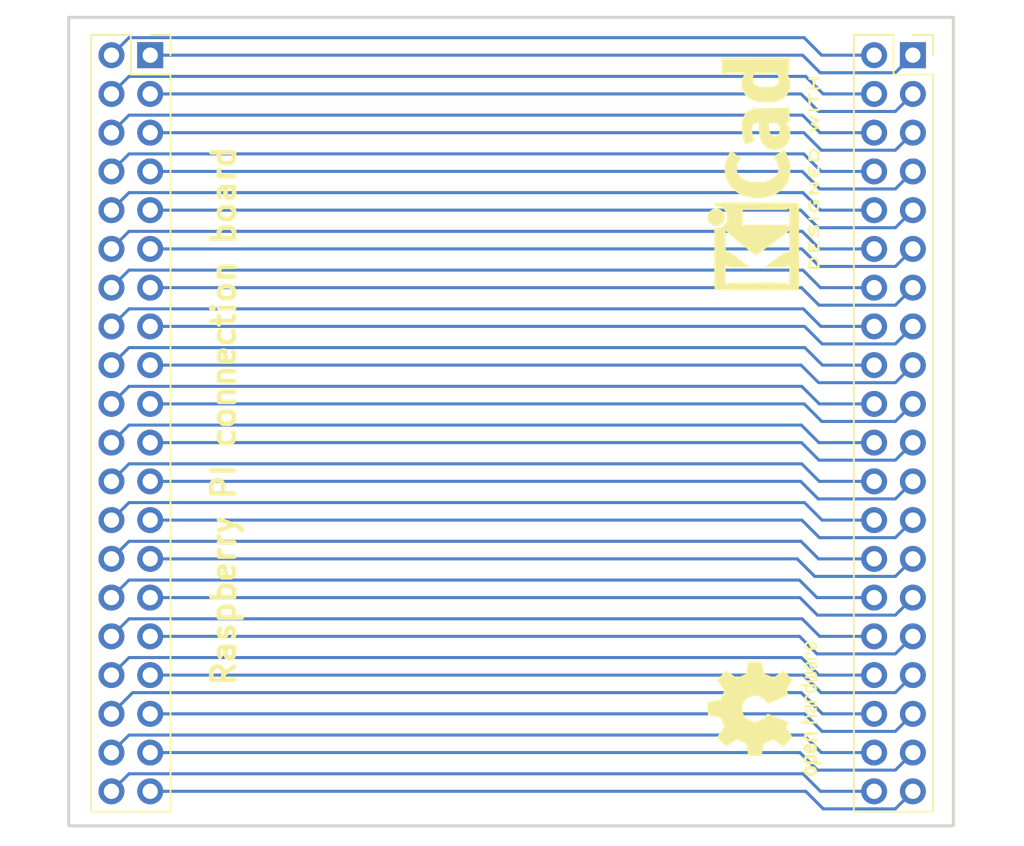
<source format=kicad_pcb>
(kicad_pcb (version 20240108) (generator "pcbnew") (generator_version "8.0")
  (layers (0 "F.Cu" signal) (31 "B.Cu" signal) (34 "B.Paste" user) (35 "F.Paste" user) (36 "B.SilkS" user "B.Silkscreen") (37 "F.SilkS" user "F.Silkscreen") (38 "B.Mask" user) (39 "F.Mask" user) (44 "Edge.Cuts" user))
  (net 0 "")
  (net 1 "/39")
  (net 2 "/11")
  (net 3 "/17")
  (net 4 "Net-(J1-Pin_36)")
  (net 5 "Net-(J1-Pin_4)")
  (net 6 "/5")
  (net 7 "/3")
  (net 8 "/29")
  (net 9 "/25")
  (net 10 "Net-(J1-Pin_20)")
  (net 11 "Net-(J1-Pin_2)")
  (net 12 "Net-(J1-Pin_38)")
  (net 13 "/9")
  (net 14 "/7")
  (net 15 "Net-(J1-Pin_28)")
  (net 16 "/33")
  (net 17 "/19")
  (net 18 "Net-(J1-Pin_30)")
  (net 19 "Net-(J1-Pin_12)")
  (net 20 "/21")
  (net 21 "Net-(J1-Pin_18)")
  (net 22 "Net-(J1-Pin_40)")
  (net 23 "Net-(J1-Pin_10)")
  (net 24 "/31")
  (net 25 "Net-(J1-Pin_22)")
  (net 26 "Net-(J1-Pin_6)")
  (net 27 "Net-(J1-Pin_26)")
  (net 28 "Net-(J1-Pin_16)")
  (net 29 "/23")
  (net 30 "/15")
  (net 31 "/1")
  (net 32 "Net-(J1-Pin_8)")
  (net 33 "Net-(J1-Pin_14)")
  (net 34 "/13")
  (net 35 "/37")
  (net 36 "/35")
  (net 37 "Net-(J1-Pin_24)")
  (net 38 "Net-(J1-Pin_32)")
  (net 39 "Net-(J1-Pin_34)")
  (net 40 "/27")
  (footprint "Symbol:OSHW-Logo2_9.8x8mm_SilkScreen" (layer "F.Cu") (at 160.274 97.8408 90)
    (property "Reference" "REF**" (hide yes))
    (property "Value" "OSHW-Logo2_9.8x8mm_SilkScreen" (hide yes))
  )
  (footprint "Symbol:KiCad-Logo2_6mm_SilkScreen" (layer "F.Cu") (at 159.512 62.7634 90)
    (property "Reference" "REF**" (hide yes))
    (property "Value" "KiCad-Logo2_6mm_SilkScreen" (hide yes))
  )
  (footprint "Connector_PinSocket_2.54mm:PinSocket_2x20_P2.54mm_Vertical" (layer "F.Cu") (at 120 55)
    (property "Reference" "J1")
    (property "Value" "Conn_02x20_Odd_Even")
    (pad "1" thru_hole rect (at 0 0) (size 1.7 1.7) (drill 1) (layers "*.Cu" "*.Mask") (net 31 "/1"))
    (pad "2" thru_hole oval (at -2.54 0) (size 1.7 1.7) (drill 1) (layers "*.Cu" "*.Mask") (net 11 "Net-(J1-Pin_2)"))
    (pad "3" thru_hole oval (at 0 2.54) (size 1.7 1.7) (drill 1) (layers "*.Cu" "*.Mask") (net 7 "/3"))
    (pad "4" thru_hole oval (at -2.54 2.54) (size 1.7 1.7) (drill 1) (layers "*.Cu" "*.Mask") (net 5 "Net-(J1-Pin_4)"))
    (pad "5" thru_hole oval (at 0 5.08) (size 1.7 1.7) (drill 1) (layers "*.Cu" "*.Mask") (net 6 "/5"))
    (pad "6" thru_hole oval (at -2.54 5.08) (size 1.7 1.7) (drill 1) (layers "*.Cu" "*.Mask") (net 26 "Net-(J1-Pin_6)"))
    (pad "7" thru_hole oval (at 0 7.62) (size 1.7 1.7) (drill 1) (layers "*.Cu" "*.Mask") (net 14 "/7"))
    (pad "8" thru_hole oval (at -2.54 7.62) (size 1.7 1.7) (drill 1) (layers "*.Cu" "*.Mask") (net 32 "Net-(J1-Pin_8)"))
    (pad "9" thru_hole oval (at 0 10.16) (size 1.7 1.7) (drill 1) (layers "*.Cu" "*.Mask") (net 13 "/9"))
    (pad "10" thru_hole oval (at -2.54 10.16) (size 1.7 1.7) (drill 1) (layers "*.Cu" "*.Mask") (net 23 "Net-(J1-Pin_10)"))
    (pad "11" thru_hole oval (at 0 12.7) (size 1.7 1.7) (drill 1) (layers "*.Cu" "*.Mask") (net 2 "/11"))
    (pad "12" thru_hole oval (at -2.54 12.7) (size 1.7 1.7) (drill 1) (layers "*.Cu" "*.Mask") (net 19 "Net-(J1-Pin_12)"))
    (pad "13" thru_hole oval (at 0 15.24) (size 1.7 1.7) (drill 1) (layers "*.Cu" "*.Mask") (net 34 "/13"))
    (pad "14" thru_hole oval (at -2.54 15.24) (size 1.7 1.7) (drill 1) (layers "*.Cu" "*.Mask") (net 33 "Net-(J1-Pin_14)"))
    (pad "15" thru_hole oval (at 0 17.78) (size 1.7 1.7) (drill 1) (layers "*.Cu" "*.Mask") (net 30 "/15"))
    (pad "16" thru_hole oval (at -2.54 17.78) (size 1.7 1.7) (drill 1) (layers "*.Cu" "*.Mask") (net 28 "Net-(J1-Pin_16)"))
    (pad "17" thru_hole oval (at 0 20.32) (size 1.7 1.7) (drill 1) (layers "*.Cu" "*.Mask") (net 3 "/17"))
    (pad "18" thru_hole oval (at -2.54 20.32) (size 1.7 1.7) (drill 1) (layers "*.Cu" "*.Mask") (net 21 "Net-(J1-Pin_18)"))
    (pad "19" thru_hole oval (at 0 22.86) (size 1.7 1.7) (drill 1) (layers "*.Cu" "*.Mask") (net 17 "/19"))
    (pad "20" thru_hole oval (at -2.54 22.86) (size 1.7 1.7) (drill 1) (layers "*.Cu" "*.Mask") (net 10 "Net-(J1-Pin_20)"))
    (pad "21" thru_hole oval (at 0 25.4) (size 1.7 1.7) (drill 1) (layers "*.Cu" "*.Mask") (net 20 "/21"))
    (pad "22" thru_hole oval (at -2.54 25.4) (size 1.7 1.7) (drill 1) (layers "*.Cu" "*.Mask") (net 25 "Net-(J1-Pin_22)"))
    (pad "23" thru_hole oval (at 0 27.94) (size 1.7 1.7) (drill 1) (layers "*.Cu" "*.Mask") (net 29 "/23"))
    (pad "24" thru_hole oval (at -2.54 27.94) (size 1.7 1.7) (drill 1) (layers "*.Cu" "*.Mask") (net 37 "Net-(J1-Pin_24)"))
    (pad "25" thru_hole oval (at 0 30.48) (size 1.7 1.7) (drill 1) (layers "*.Cu" "*.Mask") (net 9 "/25"))
    (pad "26" thru_hole oval (at -2.54 30.48) (size 1.7 1.7) (drill 1) (layers "*.Cu" "*.Mask") (net 27 "Net-(J1-Pin_26)"))
    (pad "27" thru_hole oval (at 0 33.02) (size 1.7 1.7) (drill 1) (layers "*.Cu" "*.Mask") (net 40 "/27"))
    (pad "28" thru_hole oval (at -2.54 33.02) (size 1.7 1.7) (drill 1) (layers "*.Cu" "*.Mask") (net 15 "Net-(J1-Pin_28)"))
    (pad "29" thru_hole oval (at 0 35.56) (size 1.7 1.7) (drill 1) (layers "*.Cu" "*.Mask") (net 8 "/29"))
    (pad "30" thru_hole oval (at -2.54 35.56) (size 1.7 1.7) (drill 1) (layers "*.Cu" "*.Mask") (net 18 "Net-(J1-Pin_30)"))
    (pad "31" thru_hole oval (at 0 38.1) (size 1.7 1.7) (drill 1) (layers "*.Cu" "*.Mask") (net 24 "/31"))
    (pad "32" thru_hole oval (at -2.54 38.1) (size 1.7 1.7) (drill 1) (layers "*.Cu" "*.Mask") (net 38 "Net-(J1-Pin_32)"))
    (pad "33" thru_hole oval (at 0 40.64) (size 1.7 1.7) (drill 1) (layers "*.Cu" "*.Mask") (net 16 "/33"))
    (pad "34" thru_hole oval (at -2.54 40.64) (size 1.7 1.7) (drill 1) (layers "*.Cu" "*.Mask") (net 39 "Net-(J1-Pin_34)"))
    (pad "35" thru_hole oval (at 0 43.18) (size 1.7 1.7) (drill 1) (layers "*.Cu" "*.Mask") (net 36 "/35"))
    (pad "36" thru_hole oval (at -2.54 43.18) (size 1.7 1.7) (drill 1) (layers "*.Cu" "*.Mask") (net 4 "Net-(J1-Pin_36)"))
    (pad "37" thru_hole oval (at 0 45.72) (size 1.7 1.7) (drill 1) (layers "*.Cu" "*.Mask") (net 35 "/37"))
    (pad "38" thru_hole oval (at -2.54 45.72) (size 1.7 1.7) (drill 1) (layers "*.Cu" "*.Mask") (net 12 "Net-(J1-Pin_38)"))
    (pad "39" thru_hole oval (at 0 48.26) (size 1.7 1.7) (drill 1) (layers "*.Cu" "*.Mask") (net 1 "/39"))
    (pad "40" thru_hole oval (at -2.54 48.26) (size 1.7 1.7) (drill 1) (layers "*.Cu" "*.Mask") (net 22 "Net-(J1-Pin_40)"))
  )
  (footprint "Connector_PinSocket_2.54mm:PinSocket_2x20_P2.54mm_Vertical" (layer "F.Cu") (at 170 55)
    (property "Reference" "J2")
    (property "Value" "Conn_02x20_Odd_Even")
    (pad "1" thru_hole rect (at 0 0) (size 1.7 1.7) (drill 1) (layers "*.Cu" "*.Mask") (net 31 "/1"))
    (pad "2" thru_hole oval (at -2.54 0) (size 1.7 1.7) (drill 1) (layers "*.Cu" "*.Mask") (net 11 "Net-(J1-Pin_2)"))
    (pad "3" thru_hole oval (at 0 2.54) (size 1.7 1.7) (drill 1) (layers "*.Cu" "*.Mask") (net 7 "/3"))
    (pad "4" thru_hole oval (at -2.54 2.54) (size 1.7 1.7) (drill 1) (layers "*.Cu" "*.Mask") (net 5 "Net-(J1-Pin_4)"))
    (pad "5" thru_hole oval (at 0 5.08) (size 1.7 1.7) (drill 1) (layers "*.Cu" "*.Mask") (net 6 "/5"))
    (pad "6" thru_hole oval (at -2.54 5.08) (size 1.7 1.7) (drill 1) (layers "*.Cu" "*.Mask") (net 26 "Net-(J1-Pin_6)"))
    (pad "7" thru_hole oval (at 0 7.62) (size 1.7 1.7) (drill 1) (layers "*.Cu" "*.Mask") (net 14 "/7"))
    (pad "8" thru_hole oval (at -2.54 7.62) (size 1.7 1.7) (drill 1) (layers "*.Cu" "*.Mask") (net 32 "Net-(J1-Pin_8)"))
    (pad "9" thru_hole oval (at 0 10.16) (size 1.7 1.7) (drill 1) (layers "*.Cu" "*.Mask") (net 13 "/9"))
    (pad "10" thru_hole oval (at -2.54 10.16) (size 1.7 1.7) (drill 1) (layers "*.Cu" "*.Mask") (net 23 "Net-(J1-Pin_10)"))
    (pad "11" thru_hole oval (at 0 12.7) (size 1.7 1.7) (drill 1) (layers "*.Cu" "*.Mask") (net 2 "/11"))
    (pad "12" thru_hole oval (at -2.54 12.7) (size 1.7 1.7) (drill 1) (layers "*.Cu" "*.Mask") (net 19 "Net-(J1-Pin_12)"))
    (pad "13" thru_hole oval (at 0 15.24) (size 1.7 1.7) (drill 1) (layers "*.Cu" "*.Mask") (net 34 "/13"))
    (pad "14" thru_hole oval (at -2.54 15.24) (size 1.7 1.7) (drill 1) (layers "*.Cu" "*.Mask") (net 33 "Net-(J1-Pin_14)"))
    (pad "15" thru_hole oval (at 0 17.78) (size 1.7 1.7) (drill 1) (layers "*.Cu" "*.Mask") (net 30 "/15"))
    (pad "16" thru_hole oval (at -2.54 17.78) (size 1.7 1.7) (drill 1) (layers "*.Cu" "*.Mask") (net 28 "Net-(J1-Pin_16)"))
    (pad "17" thru_hole oval (at 0 20.32) (size 1.7 1.7) (drill 1) (layers "*.Cu" "*.Mask") (net 3 "/17"))
    (pad "18" thru_hole oval (at -2.54 20.32) (size 1.7 1.7) (drill 1) (layers "*.Cu" "*.Mask") (net 21 "Net-(J1-Pin_18)"))
    (pad "19" thru_hole oval (at 0 22.86) (size 1.7 1.7) (drill 1) (layers "*.Cu" "*.Mask") (net 17 "/19"))
    (pad "20" thru_hole oval (at -2.54 22.86) (size 1.7 1.7) (drill 1) (layers "*.Cu" "*.Mask") (net 10 "Net-(J1-Pin_20)"))
    (pad "21" thru_hole oval (at 0 25.4) (size 1.7 1.7) (drill 1) (layers "*.Cu" "*.Mask") (net 20 "/21"))
    (pad "22" thru_hole oval (at -2.54 25.4) (size 1.7 1.7) (drill 1) (layers "*.Cu" "*.Mask") (net 25 "Net-(J1-Pin_22)"))
    (pad "23" thru_hole oval (at 0 27.94) (size 1.7 1.7) (drill 1) (layers "*.Cu" "*.Mask") (net 29 "/23"))
    (pad "24" thru_hole oval (at -2.54 27.94) (size 1.7 1.7) (drill 1) (layers "*.Cu" "*.Mask") (net 37 "Net-(J1-Pin_24)"))
    (pad "25" thru_hole oval (at 0 30.48) (size 1.7 1.7) (drill 1) (layers "*.Cu" "*.Mask") (net 9 "/25"))
    (pad "26" thru_hole oval (at -2.54 30.48) (size 1.7 1.7) (drill 1) (layers "*.Cu" "*.Mask") (net 27 "Net-(J1-Pin_26)"))
    (pad "27" thru_hole oval (at 0 33.02) (size 1.7 1.7) (drill 1) (layers "*.Cu" "*.Mask") (net 40 "/27"))
    (pad "28" thru_hole oval (at -2.54 33.02) (size 1.7 1.7) (drill 1) (layers "*.Cu" "*.Mask") (net 15 "Net-(J1-Pin_28)"))
    (pad "29" thru_hole oval (at 0 35.56) (size 1.7 1.7) (drill 1) (layers "*.Cu" "*.Mask") (net 8 "/29"))
    (pad "30" thru_hole oval (at -2.54 35.56) (size 1.7 1.7) (drill 1) (layers "*.Cu" "*.Mask") (net 18 "Net-(J1-Pin_30)"))
    (pad "31" thru_hole oval (at 0 38.1) (size 1.7 1.7) (drill 1) (layers "*.Cu" "*.Mask") (net 24 "/31"))
    (pad "32" thru_hole oval (at -2.54 38.1) (size 1.7 1.7) (drill 1) (layers "*.Cu" "*.Mask") (net 38 "Net-(J1-Pin_32)"))
    (pad "33" thru_hole oval (at 0 40.64) (size 1.7 1.7) (drill 1) (layers "*.Cu" "*.Mask") (net 16 "/33"))
    (pad "34" thru_hole oval (at -2.54 40.64) (size 1.7 1.7) (drill 1) (layers "*.Cu" "*.Mask") (net 39 "Net-(J1-Pin_34)"))
    (pad "35" thru_hole oval (at 0 43.18) (size 1.7 1.7) (drill 1) (layers "*.Cu" "*.Mask") (net 36 "/35"))
    (pad "36" thru_hole oval (at -2.54 43.18) (size 1.7 1.7) (drill 1) (layers "*.Cu" "*.Mask") (net 4 "Net-(J1-Pin_36)"))
    (pad "37" thru_hole oval (at 0 45.72) (size 1.7 1.7) (drill 1) (layers "*.Cu" "*.Mask") (net 35 "/37"))
    (pad "38" thru_hole oval (at -2.54 45.72) (size 1.7 1.7) (drill 1) (layers "*.Cu" "*.Mask") (net 12 "Net-(J1-Pin_38)"))
    (pad "39" thru_hole oval (at 0 48.26) (size 1.7 1.7) (drill 1) (layers "*.Cu" "*.Mask") (net 1 "/39"))
    (pad "40" thru_hole oval (at -2.54 48.26) (size 1.7 1.7) (drill 1) (layers "*.Cu" "*.Mask") (net 22 "Net-(J1-Pin_40)"))
  )
  (gr_rect (start 114.6556 52.5194) (end 172.6556 105.5194) (stroke (width 0.2)) (fill none) (layer "Edge.Cuts"))
  (gr_text "Raspberry PI connection board" (at 125.7046 96.4946 90) (layer "F.SilkS") (effects (font (size 1.5 1.5) (thickness 0.3) (bold yes)) (justify left bottom)))
  (segment (start 120 103.26) (end 162.9754 103.26) (width 0.2) (layer "B.Cu") (net 1))
  (segment (start 162.9754 103.26) (end 164.1254 104.41) (width 0.2) (layer "B.Cu") (net 1))
  (segment (start 168.85 104.41) (end 170 103.26) (width 0.2) (layer "B.Cu") (net 1))
  (segment (start 164.1254 104.41) (end 168.85 104.41) (width 0.2) (layer "B.Cu") (net 1))
  (segment (start 168.85 68.85) (end 170 67.7) (width 0.2) (layer "B.Cu") (net 2))
  (segment (start 120 67.7) (end 162.7214 67.7) (width 0.2) (layer "B.Cu") (net 2))
  (segment (start 162.7214 67.7) (end 163.8714 68.85) (width 0.2) (layer "B.Cu") (net 2))
  (segment (start 163.8714 68.85) (end 168.85 68.85) (width 0.2) (layer "B.Cu") (net 2))
  (segment (start 163.8206 76.47) (end 168.85 76.47) (width 0.2) (layer "B.Cu") (net 3))
  (segment (start 162.6706 75.32) (end 163.8206 76.47) (width 0.2) (layer "B.Cu") (net 3))
  (segment (start 120 75.32) (end 162.6706 75.32) (width 0.2) (layer "B.Cu") (net 3))
  (segment (start 168.85 76.47) (end 170 75.32) (width 0.2) (layer "B.Cu") (net 3))
  (segment (start 164.0676 98.18) (end 162.6776 96.79) (width 0.2) (layer "B.Cu") (net 4))
  (segment (start 118.85 96.79) (end 117.46 98.18) (width 0.2) (layer "B.Cu") (net 4))
  (segment (start 162.6776 96.79) (end 118.85 96.79) (width 0.2) (layer "B.Cu") (net 4))
  (segment (start 167.46 98.18) (end 164.0676 98.18) (width 0.2) (layer "B.Cu") (net 4))
  (segment (start 164.1184 57.54) (end 162.9684 56.39) (width 0.2) (layer "B.Cu") (net 5))
  (segment (start 118.61 56.39) (end 117.46 57.54) (width 0.2) (layer "B.Cu") (net 5))
  (segment (start 167.46 57.54) (end 164.1184 57.54) (width 0.2) (layer "B.Cu") (net 5))
  (segment (start 162.9684 56.39) (end 118.61 56.39) (width 0.2) (layer "B.Cu") (net 5))
  (segment (start 120 60.08) (end 162.8484 60.08) (width 0.2) (layer "B.Cu") (net 6))
  (segment (start 168.85 61.23) (end 170 60.08) (width 0.2) (layer "B.Cu") (net 6))
  (segment (start 162.8484 60.08) (end 163.9984 61.23) (width 0.2) (layer "B.Cu") (net 6))
  (segment (start 163.9984 61.23) (end 168.85 61.23) (width 0.2) (layer "B.Cu") (net 6))
  (segment (start 120 57.54) (end 162.6706 57.54) (width 0.2) (layer "B.Cu") (net 7))
  (segment (start 163.8206 58.69) (end 168.85 58.69) (width 0.2) (layer "B.Cu") (net 7))
  (segment (start 168.85 58.69) (end 170 57.54) (width 0.2) (layer "B.Cu") (net 7))
  (segment (start 162.6706 57.54) (end 163.8206 58.69) (width 0.2) (layer "B.Cu") (net 7))
  (segment (start 163.7444 91.71) (end 168.85 91.71) (width 0.2) (layer "B.Cu") (net 8))
  (segment (start 162.5944 90.56) (end 163.7444 91.71) (width 0.2) (layer "B.Cu") (net 8))
  (segment (start 168.85 91.71) (end 170 90.56) (width 0.2) (layer "B.Cu") (net 8))
  (segment (start 120 90.56) (end 162.5944 90.56) (width 0.2) (layer "B.Cu") (net 8))
  (segment (start 162.7214 85.48) (end 163.8714 86.63) (width 0.2) (layer "B.Cu") (net 9))
  (segment (start 120 85.48) (end 162.7214 85.48) (width 0.2) (layer "B.Cu") (net 9))
  (segment (start 163.8714 86.63) (end 168.85 86.63) (width 0.2) (layer "B.Cu") (net 9))
  (segment (start 168.85 86.63) (end 170 85.48) (width 0.2) (layer "B.Cu") (net 9))
  (segment (start 162.7144 76.71) (end 118.61 76.71) (width 0.2) (layer "B.Cu") (net 10))
  (segment (start 118.61 76.71) (end 117.46 77.86) (width 0.2) (layer "B.Cu") (net 10))
  (segment (start 163.8644 77.86) (end 162.7144 76.71) (width 0.2) (layer "B.Cu") (net 10))
  (segment (start 167.46 77.86) (end 163.8644 77.86) (width 0.2) (layer "B.Cu") (net 10))
  (segment (start 164.0168 55) (end 167.46 55) (width 0.2) (layer "B.Cu") (net 11))
  (segment (start 117.46 55) (end 118.61 53.85) (width 0.2) (layer "B.Cu") (net 11))
  (segment (start 162.8668 53.85) (end 164.0168 55) (width 0.2) (layer "B.Cu") (net 11))
  (segment (start 118.61 53.85) (end 162.8668 53.85) (width 0.2) (layer "B.Cu") (net 11))
  (segment (start 163.9914 100.72) (end 162.8414 99.57) (width 0.2) (layer "B.Cu") (net 12))
  (segment (start 162.8414 99.57) (end 118.61 99.57) (width 0.2) (layer "B.Cu") (net 12))
  (segment (start 167.46 100.72) (end 163.9914 100.72) (width 0.2) (layer "B.Cu") (net 12))
  (segment (start 118.61 99.57) (end 117.46 100.72) (width 0.2) (layer "B.Cu") (net 12))
  (segment (start 120 65.16) (end 162.6452 65.16) (width 0.2) (layer "B.Cu") (net 13))
  (segment (start 163.7952 66.31) (end 168.85 66.31) (width 0.2) (layer "B.Cu") (net 13))
  (segment (start 162.6452 65.16) (end 163.7952 66.31) (width 0.2) (layer "B.Cu") (net 13))
  (segment (start 168.85 66.31) (end 170 65.16) (width 0.2) (layer "B.Cu") (net 13))
  (segment (start 120 62.62) (end 162.7468 62.62) (width 0.2) (layer "B.Cu") (net 14))
  (segment (start 162.7468 62.62) (end 163.8968 63.77) (width 0.2) (layer "B.Cu") (net 14))
  (segment (start 168.85 63.77) (end 170 62.62) (width 0.2) (layer "B.Cu") (net 14))
  (segment (start 163.8968 63.77) (end 168.85 63.77) (width 0.2) (layer "B.Cu") (net 14))
  (segment (start 163.8136 88.02) (end 162.6636 86.87) (width 0.2) (layer "B.Cu") (net 15))
  (segment (start 167.46 88.02) (end 163.8136 88.02) (width 0.2) (layer "B.Cu") (net 15))
  (segment (start 162.6636 86.87) (end 118.61 86.87) (width 0.2) (layer "B.Cu") (net 15))
  (segment (start 118.61 86.87) (end 117.46 88.02) (width 0.2) (layer "B.Cu") (net 15))
  (segment (start 163.973 96.79) (end 168.85 96.79) (width 0.2) (layer "B.Cu") (net 16))
  (segment (start 162.823 95.64) (end 163.973 96.79) (width 0.2) (layer "B.Cu") (net 16))
  (segment (start 168.85 96.79) (end 170 95.64) (width 0.2) (layer "B.Cu") (net 16))
  (segment (start 120 95.64) (end 162.823 95.64) (width 0.2) (layer "B.Cu") (net 16))
  (segment (start 120 77.86) (end 162.8738 77.86) (width 0.2) (layer "B.Cu") (net 17))
  (segment (start 164.0238 79.01) (end 168.85 79.01) (width 0.2) (layer "B.Cu") (net 17))
  (segment (start 162.8738 77.86) (end 164.0238 79.01) (width 0.2) (layer "B.Cu") (net 17))
  (segment (start 168.85 79.01) (end 170 77.86) (width 0.2) (layer "B.Cu") (net 17))
  (segment (start 167.46 90.56) (end 163.712 90.56) (width 0.2) (layer "B.Cu") (net 18))
  (segment (start 162.562 89.41) (end 118.61 89.41) (width 0.2) (layer "B.Cu") (net 18))
  (segment (start 118.61 89.41) (end 117.46 90.56) (width 0.2) (layer "B.Cu") (net 18))
  (segment (start 163.712 90.56) (end 162.562 89.41) (width 0.2) (layer "B.Cu") (net 18))
  (segment (start 167.46 67.7) (end 163.8898 67.7) (width 0.2) (layer "B.Cu") (net 19))
  (segment (start 118.61 66.55) (end 117.46 67.7) (width 0.2) (layer "B.Cu") (net 19))
  (segment (start 163.8898 67.7) (end 162.7398 66.55) (width 0.2) (layer "B.Cu") (net 19))
  (segment (start 162.7398 66.55) (end 118.61 66.55) (width 0.2) (layer "B.Cu") (net 19))
  (segment (start 162.696 80.4) (end 163.846 81.55) (width 0.2) (layer "B.Cu") (net 20))
  (segment (start 163.846 81.55) (end 168.85 81.55) (width 0.2) (layer "B.Cu") (net 20))
  (segment (start 120 80.4) (end 162.696 80.4) (width 0.2) (layer "B.Cu") (net 20))
  (segment (start 168.85 81.55) (end 170 80.4) (width 0.2) (layer "B.Cu") (net 20))
  (segment (start 164.0676 75.32) (end 162.9176 74.17) (width 0.2) (layer "B.Cu") (net 21))
  (segment (start 162.9176 74.17) (end 118.61 74.17) (width 0.2) (layer "B.Cu") (net 21))
  (segment (start 167.46 75.32) (end 164.0676 75.32) (width 0.2) (layer "B.Cu") (net 21))
  (segment (start 118.61 74.17) (end 117.46 75.32) (width 0.2) (layer "B.Cu") (net 21))
  (segment (start 163.9406 103.26) (end 162.7906 102.11) (width 0.2) (layer "B.Cu") (net 22))
  (segment (start 118.61 102.11) (end 117.46 103.26) (width 0.2) (layer "B.Cu") (net 22))
  (segment (start 162.7906 102.11) (end 118.61 102.11) (width 0.2) (layer "B.Cu") (net 22))
  (segment (start 167.46 103.26) (end 163.9406 103.26) (width 0.2) (layer "B.Cu") (net 22))
  (segment (start 167.46 65.16) (end 163.9406 65.16) (width 0.2) (layer "B.Cu") (net 23))
  (segment (start 162.7906 64.01) (end 118.61 64.01) (width 0.2) (layer "B.Cu") (net 23))
  (segment (start 118.61 64.01) (end 117.46 65.16) (width 0.2) (layer "B.Cu") (net 23))
  (segment (start 163.9406 65.16) (end 162.7906 64.01) (width 0.2) (layer "B.Cu") (net 23))
  (segment (start 162.569 93.1) (end 163.719 94.25) (width 0.2) (layer "B.Cu") (net 24))
  (segment (start 120 93.1) (end 162.569 93.1) (width 0.2) (layer "B.Cu") (net 24))
  (segment (start 168.85 94.25) (end 170 93.1) (width 0.2) (layer "B.Cu") (net 24))
  (segment (start 163.719 94.25) (end 168.85 94.25) (width 0.2) (layer "B.Cu") (net 24))
  (segment (start 118.61 79.25) (end 117.46 80.4) (width 0.2) (layer "B.Cu") (net 25))
  (segment (start 162.689 79.25) (end 118.61 79.25) (width 0.2) (layer "B.Cu") (net 25))
  (segment (start 163.839 80.4) (end 162.689 79.25) (width 0.2) (layer "B.Cu") (net 25))
  (segment (start 167.46 80.4) (end 163.839 80.4) (width 0.2) (layer "B.Cu") (net 25))
  (segment (start 167.46 60.08) (end 163.9152 60.08) (width 0.2) (layer "B.Cu") (net 26))
  (segment (start 118.61 58.93) (end 117.46 60.08) (width 0.2) (layer "B.Cu") (net 26))
  (segment (start 163.9152 60.08) (end 162.7652 58.93) (width 0.2) (layer "B.Cu") (net 26))
  (segment (start 162.7652 58.93) (end 118.61 58.93) (width 0.2) (layer "B.Cu") (net 26))
  (segment (start 118.61 84.33) (end 117.46 85.48) (width 0.2) (layer "B.Cu") (net 27))
  (segment (start 167.46 85.48) (end 164.0422 85.48) (width 0.2) (layer "B.Cu") (net 27))
  (segment (start 164.0422 85.48) (end 162.8922 84.33) (width 0.2) (layer "B.Cu") (net 27))
  (segment (start 162.8922 84.33) (end 118.61 84.33) (width 0.2) (layer "B.Cu") (net 27))
  (segment (start 162.816 71.63) (end 118.61 71.63) (width 0.2) (layer "B.Cu") (net 28))
  (segment (start 163.966 72.78) (end 162.816 71.63) (width 0.2) (layer "B.Cu") (net 28))
  (segment (start 167.46 72.78) (end 163.966 72.78) (width 0.2) (layer "B.Cu") (net 28))
  (segment (start 118.61 71.63) (end 117.46 72.78) (width 0.2) (layer "B.Cu") (net 28))
  (segment (start 162.6452 82.94) (end 163.7952 84.09) (width 0.2) (layer "B.Cu") (net 29))
  (segment (start 168.85 84.09) (end 170 82.94) (width 0.2) (layer "B.Cu") (net 29))
  (segment (start 120 82.94) (end 162.6452 82.94) (width 0.2) (layer "B.Cu") (net 29))
  (segment (start 163.7952 84.09) (end 168.85 84.09) (width 0.2) (layer "B.Cu") (net 29))
  (segment (start 120 72.78) (end 162.8992 72.78) (width 0.2) (layer "B.Cu") (net 30))
  (segment (start 164.0492 73.93) (end 168.85 73.93) (width 0.2) (layer "B.Cu") (net 30))
  (segment (start 168.85 73.93) (end 170 72.78) (width 0.2) (layer "B.Cu") (net 30))
  (segment (start 162.8992 72.78) (end 164.0492 73.93) (width 0.2) (layer "B.Cu") (net 30))
  (segment (start 162.7722 55) (end 163.9222 56.15) (width 0.2) (layer "B.Cu") (net 31))
  (segment (start 163.9222 56.15) (end 168.85 56.15) (width 0.2) (layer "B.Cu") (net 31))
  (segment (start 168.85 56.15) (end 170 55) (width 0.2) (layer "B.Cu") (net 31))
  (segment (start 120 55) (end 162.7722 55) (width 0.2) (layer "B.Cu") (net 31))
  (segment (start 163.9914 62.62) (end 162.8414 61.47) (width 0.2) (layer "B.Cu") (net 32))
  (segment (start 167.46 62.62) (end 163.9914 62.62) (width 0.2) (layer "B.Cu") (net 32))
  (segment (start 162.8414 61.47) (end 118.61 61.47) (width 0.2) (layer "B.Cu") (net 32))
  (segment (start 118.61 61.47) (end 117.46 62.62) (width 0.2) (layer "B.Cu") (net 32))
  (segment (start 162.7906 69.09) (end 118.61 69.09) (width 0.2) (layer "B.Cu") (net 33))
  (segment (start 163.9406 70.24) (end 162.7906 69.09) (width 0.2) (layer "B.Cu") (net 33))
  (segment (start 167.46 70.24) (end 163.9406 70.24) (width 0.2) (layer "B.Cu") (net 33))
  (segment (start 118.61 69.09) (end 117.46 70.24) (width 0.2) (layer "B.Cu") (net 33))
  (segment (start 162.696 70.24) (end 163.846 71.39) (width 0.2) (layer "B.Cu") (net 34))
  (segment (start 168.85 71.39) (end 170 70.24) (width 0.2) (layer "B.Cu") (net 34))
  (segment (start 120 70.24) (end 162.696 70.24) (width 0.2) (layer "B.Cu") (net 34))
  (segment (start 163.846 71.39) (end 168.85 71.39) (width 0.2) (layer "B.Cu") (net 34))
  (segment (start 162.5944 100.72) (end 163.7444 101.87) (width 0.2) (layer "B.Cu") (net 35))
  (segment (start 163.7444 101.87) (end 168.85 101.87) (width 0.2) (layer "B.Cu") (net 35))
  (segment (start 120 100.72) (end 162.5944 100.72) (width 0.2) (layer "B.Cu") (net 35))
  (segment (start 168.85 101.87) (end 170 100.72) (width 0.2) (layer "B.Cu") (net 35))
  (segment (start 162.8992 98.18) (end 164.0492 99.33) (width 0.2) (layer "B.Cu") (net 36))
  (segment (start 164.0492 99.33) (end 168.85 99.33) (width 0.2) (layer "B.Cu") (net 36))
  (segment (start 168.85 99.33) (end 170 98.18) (width 0.2) (layer "B.Cu") (net 36))
  (segment (start 120 98.18) (end 162.8992 98.18) (width 0.2) (layer "B.Cu") (net 36))
  (segment (start 163.8644 82.94) (end 162.7144 81.79) (width 0.2) (layer "B.Cu") (net 37))
  (segment (start 162.7144 81.79) (end 118.61 81.79) (width 0.2) (layer "B.Cu") (net 37))
  (segment (start 167.46 82.94) (end 163.8644 82.94) (width 0.2) (layer "B.Cu") (net 37))
  (segment (start 118.61 81.79) (end 117.46 82.94) (width 0.2) (layer "B.Cu") (net 37))
  (segment (start 162.7398 91.95) (end 118.61 91.95) (width 0.2) (layer "B.Cu") (net 38))
  (segment (start 118.61 91.95) (end 117.46 93.1) (width 0.2) (layer "B.Cu") (net 38))
  (segment (start 167.46 93.1) (end 163.8898 93.1) (width 0.2) (layer "B.Cu") (net 38))
  (segment (start 163.8898 93.1) (end 162.7398 91.95) (width 0.2) (layer "B.Cu") (net 38))
  (segment (start 118.61 94.49) (end 117.46 95.64) (width 0.2) (layer "B.Cu") (net 39))
  (segment (start 162.689 94.49) (end 118.61 94.49) (width 0.2) (layer "B.Cu") (net 39))
  (segment (start 167.46 95.64) (end 163.839 95.64) (width 0.2) (layer "B.Cu") (net 39))
  (segment (start 163.839 95.64) (end 162.689 94.49) (width 0.2) (layer "B.Cu") (net 39))
  (segment (start 120 88.02) (end 162.4166 88.02) (width 0.2) (layer "B.Cu") (net 40))
  (segment (start 163.5666 89.17) (end 168.85 89.17) (width 0.2) (layer "B.Cu") (net 40))
  (segment (start 168.85 89.17) (end 170 88.02) (width 0.2) (layer "B.Cu") (net 40))
  (segment (start 162.4166 88.02) (end 163.5666 89.17) (width 0.2) (layer "B.Cu") (net 40))
)
</source>
